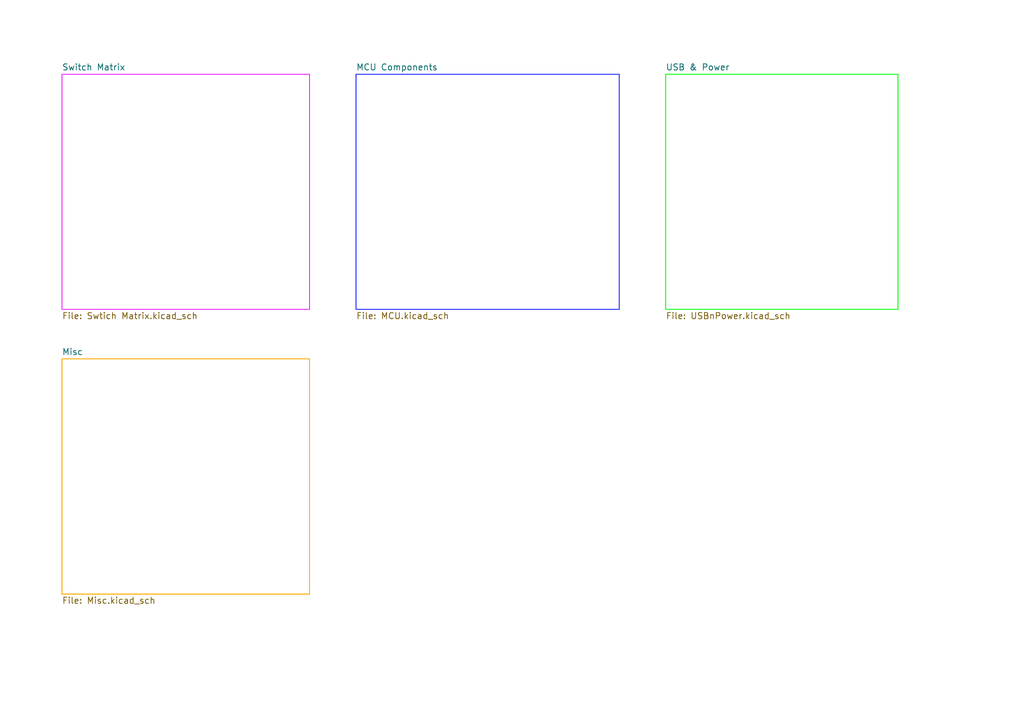
<source format=kicad_sch>
(kicad_sch (version 20230121) (generator eeschema)

  (uuid e63e39d7-6ac0-4ffd-8aa3-1841a4541b55)

  (paper "A5")

  (title_block
    (title "SST60 - Multi-layout 60% pcb")
    (date "2022-07-25")
    (rev "1.0")
  )

  (lib_symbols
  )


  (sheet (at 12.7 73.66) (size 50.8 48.26) (fields_autoplaced)
    (stroke (width 0.1524) (type solid) (color 255 168 0 1))
    (fill (color 0 0 0 0.0000))
    (uuid 4eb096de-f3a2-4165-be7d-6a3944b02fe7)
    (property "Sheetname" "Misc" (at 12.7 72.9484 0)
      (effects (font (size 1.27 1.27)) (justify left bottom))
    )
    (property "Sheetfile" "Misc.kicad_sch" (at 12.7 122.5046 0)
      (effects (font (size 1.27 1.27)) (justify left top))
    )
    (instances
      (project "SST60"
        (path "/e63e39d7-6ac0-4ffd-8aa3-1841a4541b55" (page "5"))
      )
    )
  )

  (sheet (at 73.025 15.24) (size 53.975 48.26) (fields_autoplaced)
    (stroke (width 0.1524) (type solid) (color 24 33 255 1))
    (fill (color 0 0 0 0.0000))
    (uuid 8988eb5c-d40f-430f-b968-d5d8451d34b8)
    (property "Sheetname" "MCU Components" (at 73.025 14.5284 0)
      (effects (font (size 1.27 1.27)) (justify left bottom))
    )
    (property "Sheetfile" "MCU.kicad_sch" (at 73.025 64.0846 0)
      (effects (font (size 1.27 1.27)) (justify left top))
    )
    (instances
      (project "SST60"
        (path "/e63e39d7-6ac0-4ffd-8aa3-1841a4541b55" (page "3"))
      )
    )
  )

  (sheet (at 136.525 15.24) (size 47.625 48.26) (fields_autoplaced)
    (stroke (width 0.1524) (type solid) (color 0 255 5 1))
    (fill (color 0 0 0 0.0000))
    (uuid 9e40d895-a947-4b33-a248-0d0dda788e56)
    (property "Sheetname" "USB & Power" (at 136.525 14.5284 0)
      (effects (font (size 1.27 1.27)) (justify left bottom))
    )
    (property "Sheetfile" "USBnPower.kicad_sch" (at 136.525 64.0846 0)
      (effects (font (size 1.27 1.27)) (justify left top))
    )
    (instances
      (project "SST60"
        (path "/e63e39d7-6ac0-4ffd-8aa3-1841a4541b55" (page "4"))
      )
    )
  )

  (sheet (at 12.7 15.24) (size 50.8 48.26) (fields_autoplaced)
    (stroke (width 0.1524) (type solid) (color 236 36 255 1))
    (fill (color 0 0 0 0.0000))
    (uuid a4358792-fb65-4f7e-967e-aa66e21be627)
    (property "Sheetname" "Switch Matrix" (at 12.7 14.5284 0)
      (effects (font (size 1.27 1.27)) (justify left bottom))
    )
    (property "Sheetfile" "Swtich Matrix.kicad_sch" (at 12.7 64.0846 0)
      (effects (font (size 1.27 1.27)) (justify left top))
    )
    (instances
      (project "SST60"
        (path "/e63e39d7-6ac0-4ffd-8aa3-1841a4541b55" (page "2"))
      )
    )
  )

  (sheet_instances
    (path "/" (page "1"))
  )
)

</source>
